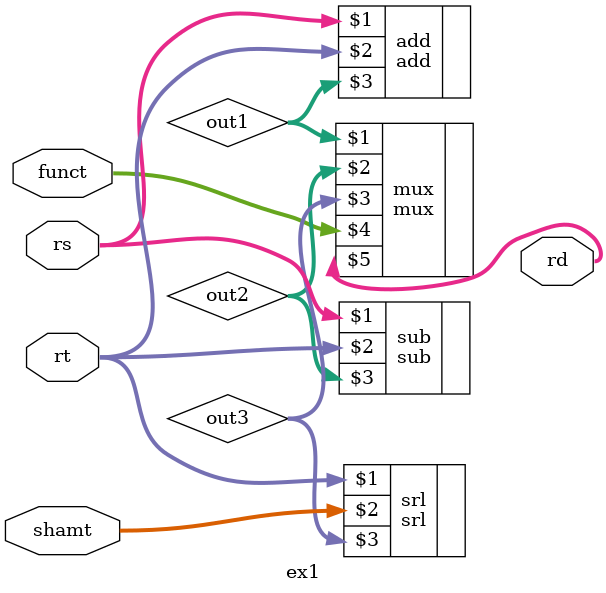
<source format=v>
module ex1
(
   	 input      [31:0] rs, rt, 
	 input	    [4:0] shamt, 
	 input	    [5:0] funct,
		 output     [31:0] rd
);
	
	wire [31:0] out1, out2, out3;
	
	add add(rs, rt, out1);
	sub sub(rs, rt, out2);
	srl srl(rt, shamt, out3);
	 
	mux mux(out1, out2, out3, funct, rd);
endmodule

</source>
